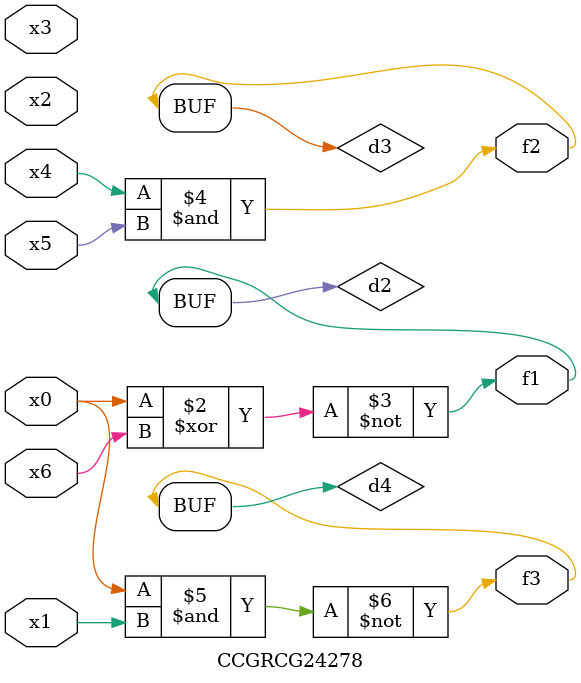
<source format=v>
module CCGRCG24278(
	input x0, x1, x2, x3, x4, x5, x6,
	output f1, f2, f3
);

	wire d1, d2, d3, d4;

	nor (d1, x0);
	xnor (d2, x0, x6);
	and (d3, x4, x5);
	nand (d4, x0, x1);
	assign f1 = d2;
	assign f2 = d3;
	assign f3 = d4;
endmodule

</source>
